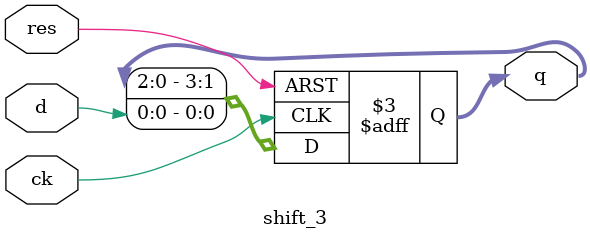
<source format=v>
module shift_3( ck, d, res, q );
    input ck, d, res;
    output [3:0] q;
    reg [3:0] q;

    always @( negedge ck or posedge res)
    begin
        if( res == 1'b1 )
            q <= 4'h0;
    else
        q <= { q[2:0], d };
    end
endmodule

</source>
